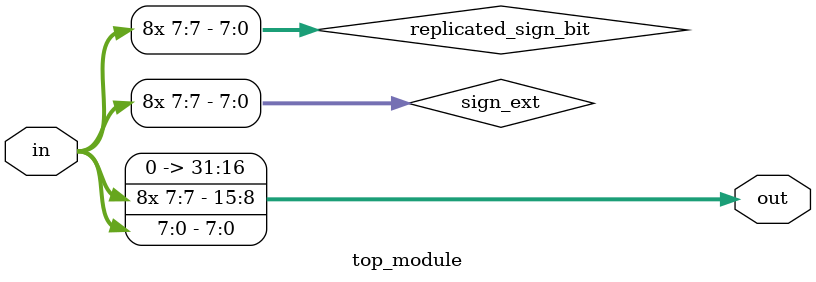
<source format=sv>
module top_module (
    input [7:0] in,
    output reg [31:0] out
);
    
    wire [7:0] sign_ext;
    wire [7:0] replicated_sign_bit;
    
    assign sign_ext = {24{in[7]}};
    assign replicated_sign_bit = {24{in[7]}};
    
    always @(*) begin
        out = {replicated_sign_bit, in};
    end
    
endmodule

</source>
